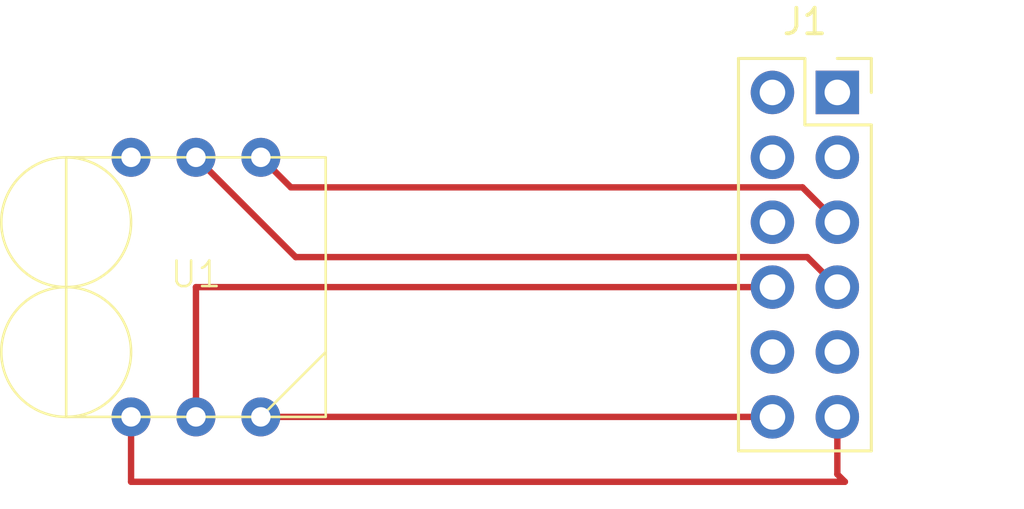
<source format=kicad_pcb>
(kicad_pcb (version 20221018) (generator pcbnew)
  (layers (0 "F.Cu" signal) (31 "B.Cu" signal) (34 "B.Paste" user) (35 "F.Paste" user) (36 "B.SilkS" user "B.Silkscreen") (37 "F.SilkS" user "F.Silkscreen") (38 "B.Mask" user) (39 "F.Mask" user) (44 "Edge.Cuts" user))
  (net 0 "")
  (net 5 "/SCK")
  (net 6 "/MISO")
  (net 9 "/VDD")
  (net 10 "/CS")
  (net 12 "/GND")
  (footprint "Honeywell_ABP:ABPDRRV015PDSA3" (layer "F.Cu") (at 73.66 71.12)
    (fp_text reference "U1" (at 0 -0.5 unlocked) (layer "F.SilkS") (effects (font (thickness 0.1))))
    (fp_text value "~")
    (fp_line (start 5.08 2.54) (end 2.54 5.08) (stroke (width 0.1)) (layer "F.SilkS"))
    (fp_rect (start -5.08 -5.08) (end 5.08 5.08) (stroke (width 0.1)) (fill none) (layer "F.SilkS"))
    (fp_circle (center -5.08 -2.54) (end -2.54 -2.54) (stroke (width 0.1)) (fill none) (layer "F.SilkS"))
    (fp_circle (center -5.08 2.54) (end -7.62 2.54) (stroke (width 0.1)) (fill none) (layer "F.SilkS"))
    (pad "1" thru_hole circle (at 2.54 5.08) (size 1.524 1.524) (drill 0.762) (layers "*.Cu" "*.Mask") (net 12 "/GND"))
    (pad "2" thru_hole circle (at 0 5.08) (size 1.524 1.524) (drill 0.762) (layers "*.Cu" "*.Mask") (net 9 "/VDD"))
    (pad "3" thru_hole circle (at -2.54 5.08) (size 1.524 1.524) (drill 0.762) (layers "*.Cu" "*.Mask") (net 10 "/CS"))
    (pad "4" thru_hole circle (at -2.54 -5.08) (size 1.524 1.524) (drill 0.762) (layers "*.Cu" "*.Mask"))
    (pad "5" thru_hole circle (at 0 -5.08) (size 1.524 1.524) (drill 0.762) (layers "*.Cu" "*.Mask") (net 6 "/MISO"))
    (pad "6" thru_hole circle (at 2.54 -5.08) (size 1.524 1.524) (drill 0.762) (layers "*.Cu" "*.Mask") (net 5 "/SCK"))
  )
  (footprint "Connector_PinSocket_2.54mm:PinSocket_2x06_P2.54mm_Vertical" (layer "F.Cu") (at 98.765 63.5)
    (fp_text reference "J1" (at -1.27 -2.77) (layer "F.SilkS"))
    (fp_text value "Conn_02x06_Odd_Even")
    (fp_line (start -3.87 -1.33) (end -3.87 14.03) (stroke (width 0.12)) (layer "F.SilkS"))
    (fp_line (start -3.87 -1.33) (end -1.27 -1.33) (stroke (width 0.12)) (layer "F.SilkS"))
    (fp_line (start -3.87 14.03) (end 1.33 14.03) (stroke (width 0.12)) (layer "F.SilkS"))
    (fp_line (start -1.27 -1.33) (end -1.27 1.27) (stroke (width 0.12)) (layer "F.SilkS"))
    (fp_line (start -1.27 1.27) (end 1.33 1.27) (stroke (width 0.12)) (layer "F.SilkS"))
    (fp_line (start 0 -1.33) (end 1.33 -1.33) (stroke (width 0.12)) (layer "F.SilkS"))
    (fp_line (start 1.33 -1.33) (end 1.33 0) (stroke (width 0.12)) (layer "F.SilkS"))
    (fp_line (start 1.33 1.27) (end 1.33 14.03) (stroke (width 0.12)) (layer "F.SilkS"))
    (pad "1" thru_hole rect (at 0 0) (size 1.7 1.7) (drill 1) (layers "*.Cu" "*.Mask"))
    (pad "2" thru_hole oval (at -2.54 0) (size 1.7 1.7) (drill 1) (layers "*.Cu" "*.Mask"))
    (pad "3" thru_hole oval (at 0 2.54) (size 1.7 1.7) (drill 1) (layers "*.Cu" "*.Mask"))
    (pad "4" thru_hole oval (at -2.54 2.54) (size 1.7 1.7) (drill 1) (layers "*.Cu" "*.Mask"))
    (pad "5" thru_hole oval (at 0 5.08) (size 1.7 1.7) (drill 1) (layers "*.Cu" "*.Mask") (net 5 "/SCK"))
    (pad "6" thru_hole oval (at -2.54 5.08) (size 1.7 1.7) (drill 1) (layers "*.Cu" "*.Mask"))
    (pad "7" thru_hole oval (at 0 7.62) (size 1.7 1.7) (drill 1) (layers "*.Cu" "*.Mask") (net 6 "/MISO"))
    (pad "8" thru_hole oval (at -2.54 7.62) (size 1.7 1.7) (drill 1) (layers "*.Cu" "*.Mask") (net 9 "/VDD"))
    (pad "9" thru_hole oval (at 0 10.16) (size 1.7 1.7) (drill 1) (layers "*.Cu" "*.Mask"))
    (pad "10" thru_hole oval (at -2.54 10.16) (size 1.7 1.7) (drill 1) (layers "*.Cu" "*.Mask"))
    (pad "11" thru_hole oval (at 0 12.7) (size 1.7 1.7) (drill 1) (layers "*.Cu" "*.Mask") (net 10 "/CS"))
    (pad "12" thru_hole oval (at -2.54 12.7) (size 1.7 1.7) (drill 1) (layers "*.Cu" "*.Mask") (net 12 "/GND"))
  )
  (segment (start 97.4 67.215) (end 77.375 67.215) (width 0.25) (layer "F.Cu") (net 5))
  (segment (start 98.765 68.58) (end 97.4 67.215) (width 0.25) (layer "F.Cu") (net 5))
  (segment (start 77.375 67.215) (end 76.2 66.04) (width 0.25) (layer "F.Cu") (net 5))
  (segment (start 98.765 71.12) (end 97.59 69.945) (width 0.25) (layer "F.Cu") (net 6))
  (segment (start 97.59 69.945) (end 77.565 69.945) (width 0.25) (layer "F.Cu") (net 6))
  (segment (start 77.565 69.945) (end 73.66 66.04) (width 0.25) (layer "F.Cu") (net 6))
  (segment (start 73.66 76.2) (end 73.66 71.12) (width 0.25) (layer "F.Cu") (net 9))
  (segment (start 73.66 71.12) (end 96.225 71.12) (width 0.25) (layer "F.Cu") (net 9))
  (segment (start 71.12 78.74) (end 99.06 78.74) (width 0.25) (layer "F.Cu") (net 10))
  (segment (start 99.06 78.74) (end 98.765 78.445) (width 0.25) (layer "F.Cu") (net 10))
  (segment (start 98.765 78.445) (end 98.765 76.2) (width 0.25) (layer "F.Cu") (net 10))
  (segment (start 71.12 76.2) (end 71.12 78.74) (width 0.25) (layer "F.Cu") (net 10))
  (segment (start 96.225 76.2) (end 76.2 76.2) (width 0.25) (layer "F.Cu") (net 12))
)
</source>
